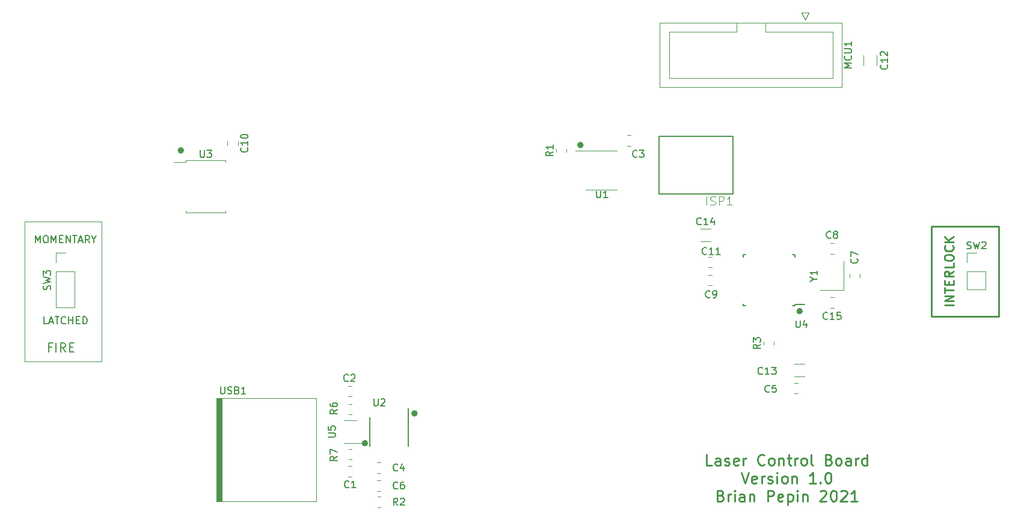
<source format=gbr>
%TF.GenerationSoftware,KiCad,Pcbnew,(5.1.8-0-10_14)*%
%TF.CreationDate,2021-12-04T19:42:54-08:00*%
%TF.ProjectId,Control,436f6e74-726f-46c2-9e6b-696361645f70,rev?*%
%TF.SameCoordinates,Original*%
%TF.FileFunction,Legend,Top*%
%TF.FilePolarity,Positive*%
%FSLAX46Y46*%
G04 Gerber Fmt 4.6, Leading zero omitted, Abs format (unit mm)*
G04 Created by KiCad (PCBNEW (5.1.8-0-10_14)) date 2021-12-04 19:42:54*
%MOMM*%
%LPD*%
G01*
G04 APERTURE LIST*
%ADD10C,0.254000*%
%ADD11C,0.120000*%
%ADD12C,0.203200*%
%ADD13C,0.500000*%
%ADD14C,0.127000*%
%ADD15C,0.100000*%
%ADD16C,0.150000*%
%ADD17C,0.096520*%
G04 APERTURE END LIST*
D10*
X192640857Y-127689428D02*
X191915142Y-127689428D01*
X191915142Y-126165428D01*
X193802000Y-127689428D02*
X193802000Y-126891142D01*
X193729428Y-126746000D01*
X193584285Y-126673428D01*
X193294000Y-126673428D01*
X193148857Y-126746000D01*
X193802000Y-127616857D02*
X193656857Y-127689428D01*
X193294000Y-127689428D01*
X193148857Y-127616857D01*
X193076285Y-127471714D01*
X193076285Y-127326571D01*
X193148857Y-127181428D01*
X193294000Y-127108857D01*
X193656857Y-127108857D01*
X193802000Y-127036285D01*
X194455142Y-127616857D02*
X194600285Y-127689428D01*
X194890571Y-127689428D01*
X195035714Y-127616857D01*
X195108285Y-127471714D01*
X195108285Y-127399142D01*
X195035714Y-127254000D01*
X194890571Y-127181428D01*
X194672857Y-127181428D01*
X194527714Y-127108857D01*
X194455142Y-126963714D01*
X194455142Y-126891142D01*
X194527714Y-126746000D01*
X194672857Y-126673428D01*
X194890571Y-126673428D01*
X195035714Y-126746000D01*
X196342000Y-127616857D02*
X196196857Y-127689428D01*
X195906571Y-127689428D01*
X195761428Y-127616857D01*
X195688857Y-127471714D01*
X195688857Y-126891142D01*
X195761428Y-126746000D01*
X195906571Y-126673428D01*
X196196857Y-126673428D01*
X196342000Y-126746000D01*
X196414571Y-126891142D01*
X196414571Y-127036285D01*
X195688857Y-127181428D01*
X197067714Y-127689428D02*
X197067714Y-126673428D01*
X197067714Y-126963714D02*
X197140285Y-126818571D01*
X197212857Y-126746000D01*
X197358000Y-126673428D01*
X197503142Y-126673428D01*
X200043142Y-127544285D02*
X199970571Y-127616857D01*
X199752857Y-127689428D01*
X199607714Y-127689428D01*
X199390000Y-127616857D01*
X199244857Y-127471714D01*
X199172285Y-127326571D01*
X199099714Y-127036285D01*
X199099714Y-126818571D01*
X199172285Y-126528285D01*
X199244857Y-126383142D01*
X199390000Y-126238000D01*
X199607714Y-126165428D01*
X199752857Y-126165428D01*
X199970571Y-126238000D01*
X200043142Y-126310571D01*
X200914000Y-127689428D02*
X200768857Y-127616857D01*
X200696285Y-127544285D01*
X200623714Y-127399142D01*
X200623714Y-126963714D01*
X200696285Y-126818571D01*
X200768857Y-126746000D01*
X200914000Y-126673428D01*
X201131714Y-126673428D01*
X201276857Y-126746000D01*
X201349428Y-126818571D01*
X201422000Y-126963714D01*
X201422000Y-127399142D01*
X201349428Y-127544285D01*
X201276857Y-127616857D01*
X201131714Y-127689428D01*
X200914000Y-127689428D01*
X202075142Y-126673428D02*
X202075142Y-127689428D01*
X202075142Y-126818571D02*
X202147714Y-126746000D01*
X202292857Y-126673428D01*
X202510571Y-126673428D01*
X202655714Y-126746000D01*
X202728285Y-126891142D01*
X202728285Y-127689428D01*
X203236285Y-126673428D02*
X203816857Y-126673428D01*
X203454000Y-126165428D02*
X203454000Y-127471714D01*
X203526571Y-127616857D01*
X203671714Y-127689428D01*
X203816857Y-127689428D01*
X204324857Y-127689428D02*
X204324857Y-126673428D01*
X204324857Y-126963714D02*
X204397428Y-126818571D01*
X204470000Y-126746000D01*
X204615142Y-126673428D01*
X204760285Y-126673428D01*
X205486000Y-127689428D02*
X205340857Y-127616857D01*
X205268285Y-127544285D01*
X205195714Y-127399142D01*
X205195714Y-126963714D01*
X205268285Y-126818571D01*
X205340857Y-126746000D01*
X205486000Y-126673428D01*
X205703714Y-126673428D01*
X205848857Y-126746000D01*
X205921428Y-126818571D01*
X205994000Y-126963714D01*
X205994000Y-127399142D01*
X205921428Y-127544285D01*
X205848857Y-127616857D01*
X205703714Y-127689428D01*
X205486000Y-127689428D01*
X206864857Y-127689428D02*
X206719714Y-127616857D01*
X206647142Y-127471714D01*
X206647142Y-126165428D01*
X209114571Y-126891142D02*
X209332285Y-126963714D01*
X209404857Y-127036285D01*
X209477428Y-127181428D01*
X209477428Y-127399142D01*
X209404857Y-127544285D01*
X209332285Y-127616857D01*
X209187142Y-127689428D01*
X208606571Y-127689428D01*
X208606571Y-126165428D01*
X209114571Y-126165428D01*
X209259714Y-126238000D01*
X209332285Y-126310571D01*
X209404857Y-126455714D01*
X209404857Y-126600857D01*
X209332285Y-126746000D01*
X209259714Y-126818571D01*
X209114571Y-126891142D01*
X208606571Y-126891142D01*
X210348285Y-127689428D02*
X210203142Y-127616857D01*
X210130571Y-127544285D01*
X210058000Y-127399142D01*
X210058000Y-126963714D01*
X210130571Y-126818571D01*
X210203142Y-126746000D01*
X210348285Y-126673428D01*
X210566000Y-126673428D01*
X210711142Y-126746000D01*
X210783714Y-126818571D01*
X210856285Y-126963714D01*
X210856285Y-127399142D01*
X210783714Y-127544285D01*
X210711142Y-127616857D01*
X210566000Y-127689428D01*
X210348285Y-127689428D01*
X212162571Y-127689428D02*
X212162571Y-126891142D01*
X212090000Y-126746000D01*
X211944857Y-126673428D01*
X211654571Y-126673428D01*
X211509428Y-126746000D01*
X212162571Y-127616857D02*
X212017428Y-127689428D01*
X211654571Y-127689428D01*
X211509428Y-127616857D01*
X211436857Y-127471714D01*
X211436857Y-127326571D01*
X211509428Y-127181428D01*
X211654571Y-127108857D01*
X212017428Y-127108857D01*
X212162571Y-127036285D01*
X212888285Y-127689428D02*
X212888285Y-126673428D01*
X212888285Y-126963714D02*
X212960857Y-126818571D01*
X213033428Y-126746000D01*
X213178571Y-126673428D01*
X213323714Y-126673428D01*
X214484857Y-127689428D02*
X214484857Y-126165428D01*
X214484857Y-127616857D02*
X214339714Y-127689428D01*
X214049428Y-127689428D01*
X213904285Y-127616857D01*
X213831714Y-127544285D01*
X213759142Y-127399142D01*
X213759142Y-126963714D01*
X213831714Y-126818571D01*
X213904285Y-126746000D01*
X214049428Y-126673428D01*
X214339714Y-126673428D01*
X214484857Y-126746000D01*
X196813714Y-128705428D02*
X197321714Y-130229428D01*
X197829714Y-128705428D01*
X198918285Y-130156857D02*
X198773142Y-130229428D01*
X198482857Y-130229428D01*
X198337714Y-130156857D01*
X198265142Y-130011714D01*
X198265142Y-129431142D01*
X198337714Y-129286000D01*
X198482857Y-129213428D01*
X198773142Y-129213428D01*
X198918285Y-129286000D01*
X198990857Y-129431142D01*
X198990857Y-129576285D01*
X198265142Y-129721428D01*
X199644000Y-130229428D02*
X199644000Y-129213428D01*
X199644000Y-129503714D02*
X199716571Y-129358571D01*
X199789142Y-129286000D01*
X199934285Y-129213428D01*
X200079428Y-129213428D01*
X200514857Y-130156857D02*
X200660000Y-130229428D01*
X200950285Y-130229428D01*
X201095428Y-130156857D01*
X201168000Y-130011714D01*
X201168000Y-129939142D01*
X201095428Y-129794000D01*
X200950285Y-129721428D01*
X200732571Y-129721428D01*
X200587428Y-129648857D01*
X200514857Y-129503714D01*
X200514857Y-129431142D01*
X200587428Y-129286000D01*
X200732571Y-129213428D01*
X200950285Y-129213428D01*
X201095428Y-129286000D01*
X201821142Y-130229428D02*
X201821142Y-129213428D01*
X201821142Y-128705428D02*
X201748571Y-128778000D01*
X201821142Y-128850571D01*
X201893714Y-128778000D01*
X201821142Y-128705428D01*
X201821142Y-128850571D01*
X202764571Y-130229428D02*
X202619428Y-130156857D01*
X202546857Y-130084285D01*
X202474285Y-129939142D01*
X202474285Y-129503714D01*
X202546857Y-129358571D01*
X202619428Y-129286000D01*
X202764571Y-129213428D01*
X202982285Y-129213428D01*
X203127428Y-129286000D01*
X203200000Y-129358571D01*
X203272571Y-129503714D01*
X203272571Y-129939142D01*
X203200000Y-130084285D01*
X203127428Y-130156857D01*
X202982285Y-130229428D01*
X202764571Y-130229428D01*
X203925714Y-129213428D02*
X203925714Y-130229428D01*
X203925714Y-129358571D02*
X203998285Y-129286000D01*
X204143428Y-129213428D01*
X204361142Y-129213428D01*
X204506285Y-129286000D01*
X204578857Y-129431142D01*
X204578857Y-130229428D01*
X207264000Y-130229428D02*
X206393142Y-130229428D01*
X206828571Y-130229428D02*
X206828571Y-128705428D01*
X206683428Y-128923142D01*
X206538285Y-129068285D01*
X206393142Y-129140857D01*
X207917142Y-130084285D02*
X207989714Y-130156857D01*
X207917142Y-130229428D01*
X207844571Y-130156857D01*
X207917142Y-130084285D01*
X207917142Y-130229428D01*
X208933142Y-128705428D02*
X209078285Y-128705428D01*
X209223428Y-128778000D01*
X209296000Y-128850571D01*
X209368571Y-128995714D01*
X209441142Y-129286000D01*
X209441142Y-129648857D01*
X209368571Y-129939142D01*
X209296000Y-130084285D01*
X209223428Y-130156857D01*
X209078285Y-130229428D01*
X208933142Y-130229428D01*
X208788000Y-130156857D01*
X208715428Y-130084285D01*
X208642857Y-129939142D01*
X208570285Y-129648857D01*
X208570285Y-129286000D01*
X208642857Y-128995714D01*
X208715428Y-128850571D01*
X208788000Y-128778000D01*
X208933142Y-128705428D01*
X193874571Y-131971142D02*
X194092285Y-132043714D01*
X194164857Y-132116285D01*
X194237428Y-132261428D01*
X194237428Y-132479142D01*
X194164857Y-132624285D01*
X194092285Y-132696857D01*
X193947142Y-132769428D01*
X193366571Y-132769428D01*
X193366571Y-131245428D01*
X193874571Y-131245428D01*
X194019714Y-131318000D01*
X194092285Y-131390571D01*
X194164857Y-131535714D01*
X194164857Y-131680857D01*
X194092285Y-131826000D01*
X194019714Y-131898571D01*
X193874571Y-131971142D01*
X193366571Y-131971142D01*
X194890571Y-132769428D02*
X194890571Y-131753428D01*
X194890571Y-132043714D02*
X194963142Y-131898571D01*
X195035714Y-131826000D01*
X195180857Y-131753428D01*
X195326000Y-131753428D01*
X195834000Y-132769428D02*
X195834000Y-131753428D01*
X195834000Y-131245428D02*
X195761428Y-131318000D01*
X195834000Y-131390571D01*
X195906571Y-131318000D01*
X195834000Y-131245428D01*
X195834000Y-131390571D01*
X197212857Y-132769428D02*
X197212857Y-131971142D01*
X197140285Y-131826000D01*
X196995142Y-131753428D01*
X196704857Y-131753428D01*
X196559714Y-131826000D01*
X197212857Y-132696857D02*
X197067714Y-132769428D01*
X196704857Y-132769428D01*
X196559714Y-132696857D01*
X196487142Y-132551714D01*
X196487142Y-132406571D01*
X196559714Y-132261428D01*
X196704857Y-132188857D01*
X197067714Y-132188857D01*
X197212857Y-132116285D01*
X197938571Y-131753428D02*
X197938571Y-132769428D01*
X197938571Y-131898571D02*
X198011142Y-131826000D01*
X198156285Y-131753428D01*
X198374000Y-131753428D01*
X198519142Y-131826000D01*
X198591714Y-131971142D01*
X198591714Y-132769428D01*
X200478571Y-132769428D02*
X200478571Y-131245428D01*
X201059142Y-131245428D01*
X201204285Y-131318000D01*
X201276857Y-131390571D01*
X201349428Y-131535714D01*
X201349428Y-131753428D01*
X201276857Y-131898571D01*
X201204285Y-131971142D01*
X201059142Y-132043714D01*
X200478571Y-132043714D01*
X202583142Y-132696857D02*
X202438000Y-132769428D01*
X202147714Y-132769428D01*
X202002571Y-132696857D01*
X201930000Y-132551714D01*
X201930000Y-131971142D01*
X202002571Y-131826000D01*
X202147714Y-131753428D01*
X202438000Y-131753428D01*
X202583142Y-131826000D01*
X202655714Y-131971142D01*
X202655714Y-132116285D01*
X201930000Y-132261428D01*
X203308857Y-131753428D02*
X203308857Y-133277428D01*
X203308857Y-131826000D02*
X203454000Y-131753428D01*
X203744285Y-131753428D01*
X203889428Y-131826000D01*
X203962000Y-131898571D01*
X204034571Y-132043714D01*
X204034571Y-132479142D01*
X203962000Y-132624285D01*
X203889428Y-132696857D01*
X203744285Y-132769428D01*
X203454000Y-132769428D01*
X203308857Y-132696857D01*
X204687714Y-132769428D02*
X204687714Y-131753428D01*
X204687714Y-131245428D02*
X204615142Y-131318000D01*
X204687714Y-131390571D01*
X204760285Y-131318000D01*
X204687714Y-131245428D01*
X204687714Y-131390571D01*
X205413428Y-131753428D02*
X205413428Y-132769428D01*
X205413428Y-131898571D02*
X205486000Y-131826000D01*
X205631142Y-131753428D01*
X205848857Y-131753428D01*
X205994000Y-131826000D01*
X206066571Y-131971142D01*
X206066571Y-132769428D01*
X207880857Y-131390571D02*
X207953428Y-131318000D01*
X208098571Y-131245428D01*
X208461428Y-131245428D01*
X208606571Y-131318000D01*
X208679142Y-131390571D01*
X208751714Y-131535714D01*
X208751714Y-131680857D01*
X208679142Y-131898571D01*
X207808285Y-132769428D01*
X208751714Y-132769428D01*
X209695142Y-131245428D02*
X209840285Y-131245428D01*
X209985428Y-131318000D01*
X210058000Y-131390571D01*
X210130571Y-131535714D01*
X210203142Y-131826000D01*
X210203142Y-132188857D01*
X210130571Y-132479142D01*
X210058000Y-132624285D01*
X209985428Y-132696857D01*
X209840285Y-132769428D01*
X209695142Y-132769428D01*
X209550000Y-132696857D01*
X209477428Y-132624285D01*
X209404857Y-132479142D01*
X209332285Y-132188857D01*
X209332285Y-131826000D01*
X209404857Y-131535714D01*
X209477428Y-131390571D01*
X209550000Y-131318000D01*
X209695142Y-131245428D01*
X210783714Y-131390571D02*
X210856285Y-131318000D01*
X211001428Y-131245428D01*
X211364285Y-131245428D01*
X211509428Y-131318000D01*
X211582000Y-131390571D01*
X211654571Y-131535714D01*
X211654571Y-131680857D01*
X211582000Y-131898571D01*
X210711142Y-132769428D01*
X211654571Y-132769428D01*
X213106000Y-132769428D02*
X212235142Y-132769428D01*
X212670571Y-132769428D02*
X212670571Y-131245428D01*
X212525428Y-131463142D01*
X212380285Y-131608285D01*
X212235142Y-131680857D01*
D11*
X95885000Y-113030000D02*
X95885000Y-93345000D01*
X106680000Y-113030000D02*
X95885000Y-113030000D01*
X106680000Y-93345000D02*
X106680000Y-113030000D01*
X95885000Y-93345000D02*
X106680000Y-93345000D01*
D12*
X99634523Y-111034285D02*
X99211190Y-111034285D01*
X99211190Y-111699523D02*
X99211190Y-110429523D01*
X99815952Y-110429523D01*
X100299761Y-111699523D02*
X100299761Y-110429523D01*
X101630238Y-111699523D02*
X101206904Y-111094761D01*
X100904523Y-111699523D02*
X100904523Y-110429523D01*
X101388333Y-110429523D01*
X101509285Y-110490000D01*
X101569761Y-110550476D01*
X101630238Y-110671428D01*
X101630238Y-110852857D01*
X101569761Y-110973809D01*
X101509285Y-111034285D01*
X101388333Y-111094761D01*
X100904523Y-111094761D01*
X102174523Y-111034285D02*
X102597857Y-111034285D01*
X102779285Y-111699523D02*
X102174523Y-111699523D01*
X102174523Y-110429523D01*
X102779285Y-110429523D01*
D13*
X118056000Y-83312000D02*
G75*
G03*
X118056000Y-83312000I-200000J0D01*
G01*
X143964000Y-124587000D02*
G75*
G03*
X143964000Y-124587000I-200000J0D01*
G01*
X150949000Y-120396000D02*
G75*
G03*
X150949000Y-120396000I-200000J0D01*
G01*
X174317000Y-82550000D02*
G75*
G03*
X174317000Y-82550000I-200000J0D01*
G01*
X205178000Y-105972000D02*
G75*
G03*
X205178000Y-105972000I-200000J0D01*
G01*
D14*
X99084190Y-107774619D02*
X98600380Y-107774619D01*
X98600380Y-106758619D01*
X99374476Y-107484333D02*
X99858285Y-107484333D01*
X99277714Y-107774619D02*
X99616380Y-106758619D01*
X99955047Y-107774619D01*
X100148571Y-106758619D02*
X100729142Y-106758619D01*
X100438857Y-107774619D02*
X100438857Y-106758619D01*
X101648380Y-107677857D02*
X101600000Y-107726238D01*
X101454857Y-107774619D01*
X101358095Y-107774619D01*
X101212952Y-107726238D01*
X101116190Y-107629476D01*
X101067809Y-107532714D01*
X101019428Y-107339190D01*
X101019428Y-107194047D01*
X101067809Y-107000523D01*
X101116190Y-106903761D01*
X101212952Y-106807000D01*
X101358095Y-106758619D01*
X101454857Y-106758619D01*
X101600000Y-106807000D01*
X101648380Y-106855380D01*
X102083809Y-107774619D02*
X102083809Y-106758619D01*
X102083809Y-107242428D02*
X102664380Y-107242428D01*
X102664380Y-107774619D02*
X102664380Y-106758619D01*
X103148190Y-107242428D02*
X103486857Y-107242428D01*
X103632000Y-107774619D02*
X103148190Y-107774619D01*
X103148190Y-106758619D01*
X103632000Y-106758619D01*
X104067428Y-107774619D02*
X104067428Y-106758619D01*
X104309333Y-106758619D01*
X104454476Y-106807000D01*
X104551238Y-106903761D01*
X104599619Y-107000523D01*
X104648000Y-107194047D01*
X104648000Y-107339190D01*
X104599619Y-107532714D01*
X104551238Y-107629476D01*
X104454476Y-107726238D01*
X104309333Y-107774619D01*
X104067428Y-107774619D01*
X97390857Y-96344619D02*
X97390857Y-95328619D01*
X97729523Y-96054333D01*
X98068190Y-95328619D01*
X98068190Y-96344619D01*
X98745523Y-95328619D02*
X98939047Y-95328619D01*
X99035809Y-95377000D01*
X99132571Y-95473761D01*
X99180952Y-95667285D01*
X99180952Y-96005952D01*
X99132571Y-96199476D01*
X99035809Y-96296238D01*
X98939047Y-96344619D01*
X98745523Y-96344619D01*
X98648761Y-96296238D01*
X98552000Y-96199476D01*
X98503619Y-96005952D01*
X98503619Y-95667285D01*
X98552000Y-95473761D01*
X98648761Y-95377000D01*
X98745523Y-95328619D01*
X99616380Y-96344619D02*
X99616380Y-95328619D01*
X99955047Y-96054333D01*
X100293714Y-95328619D01*
X100293714Y-96344619D01*
X100777523Y-95812428D02*
X101116190Y-95812428D01*
X101261333Y-96344619D02*
X100777523Y-96344619D01*
X100777523Y-95328619D01*
X101261333Y-95328619D01*
X101696761Y-96344619D02*
X101696761Y-95328619D01*
X102277333Y-96344619D01*
X102277333Y-95328619D01*
X102616000Y-95328619D02*
X103196571Y-95328619D01*
X102906285Y-96344619D02*
X102906285Y-95328619D01*
X103486857Y-96054333D02*
X103970666Y-96054333D01*
X103390095Y-96344619D02*
X103728761Y-95328619D01*
X104067428Y-96344619D01*
X104986666Y-96344619D02*
X104648000Y-95860809D01*
X104406095Y-96344619D02*
X104406095Y-95328619D01*
X104793142Y-95328619D01*
X104889904Y-95377000D01*
X104938285Y-95425380D01*
X104986666Y-95522142D01*
X104986666Y-95667285D01*
X104938285Y-95764047D01*
X104889904Y-95812428D01*
X104793142Y-95860809D01*
X104406095Y-95860809D01*
X105615619Y-95860809D02*
X105615619Y-96344619D01*
X105276952Y-95328619D02*
X105615619Y-95860809D01*
X105954285Y-95328619D01*
D10*
X223520000Y-106680000D02*
X223520000Y-93980000D01*
X233045000Y-106680000D02*
X223520000Y-106680000D01*
X233045000Y-93980000D02*
X233045000Y-106680000D01*
X223520000Y-93980000D02*
X233045000Y-93980000D01*
X226634523Y-105137857D02*
X225364523Y-105137857D01*
X226634523Y-104533095D02*
X225364523Y-104533095D01*
X226634523Y-103807380D01*
X225364523Y-103807380D01*
X225364523Y-103384047D02*
X225364523Y-102658333D01*
X226634523Y-103021190D02*
X225364523Y-103021190D01*
X225969285Y-102235000D02*
X225969285Y-101811666D01*
X226634523Y-101630238D02*
X226634523Y-102235000D01*
X225364523Y-102235000D01*
X225364523Y-101630238D01*
X226634523Y-100360238D02*
X226029761Y-100783571D01*
X226634523Y-101085952D02*
X225364523Y-101085952D01*
X225364523Y-100602142D01*
X225425000Y-100481190D01*
X225485476Y-100420714D01*
X225606428Y-100360238D01*
X225787857Y-100360238D01*
X225908809Y-100420714D01*
X225969285Y-100481190D01*
X226029761Y-100602142D01*
X226029761Y-101085952D01*
X226634523Y-99211190D02*
X226634523Y-99815952D01*
X225364523Y-99815952D01*
X225364523Y-98545952D02*
X225364523Y-98304047D01*
X225425000Y-98183095D01*
X225545952Y-98062142D01*
X225787857Y-98001666D01*
X226211190Y-98001666D01*
X226453095Y-98062142D01*
X226574047Y-98183095D01*
X226634523Y-98304047D01*
X226634523Y-98545952D01*
X226574047Y-98666904D01*
X226453095Y-98787857D01*
X226211190Y-98848333D01*
X225787857Y-98848333D01*
X225545952Y-98787857D01*
X225425000Y-98666904D01*
X225364523Y-98545952D01*
X226513571Y-96731666D02*
X226574047Y-96792142D01*
X226634523Y-96973571D01*
X226634523Y-97094523D01*
X226574047Y-97275952D01*
X226453095Y-97396904D01*
X226332142Y-97457380D01*
X226090238Y-97517857D01*
X225908809Y-97517857D01*
X225666904Y-97457380D01*
X225545952Y-97396904D01*
X225425000Y-97275952D01*
X225364523Y-97094523D01*
X225364523Y-96973571D01*
X225425000Y-96792142D01*
X225485476Y-96731666D01*
X226634523Y-96187380D02*
X225364523Y-96187380D01*
X226634523Y-95461666D02*
X225908809Y-96005952D01*
X225364523Y-95461666D02*
X226090238Y-96187380D01*
D15*
%TO.C,USB1*%
G36*
X122844000Y-132763000D02*
G01*
X122844000Y-118263000D01*
X123594000Y-118263000D01*
X123594000Y-132763000D01*
X122844000Y-132763000D01*
G37*
X122844000Y-132763000D02*
X122844000Y-118263000D01*
X123594000Y-118263000D01*
X123594000Y-132763000D01*
X122844000Y-132763000D01*
D11*
X122844000Y-132763000D02*
X136944000Y-132763000D01*
X136944000Y-118263000D02*
X122844000Y-118263000D01*
X136944000Y-118263000D02*
X136944000Y-132763000D01*
X122844000Y-118263000D02*
X122844000Y-132763000D01*
%TO.C,C10*%
X125895000Y-82034748D02*
X125895000Y-82557252D01*
X124425000Y-82034748D02*
X124425000Y-82557252D01*
%TO.C,U3*%
X121350000Y-92102000D02*
X124110000Y-92102000D01*
X124110000Y-92102000D02*
X124110000Y-91827000D01*
X121350000Y-92102000D02*
X118590000Y-92102000D01*
X118590000Y-92102000D02*
X118590000Y-91827000D01*
X121350000Y-84682000D02*
X124110000Y-84682000D01*
X124110000Y-84682000D02*
X124110000Y-84957000D01*
X121350000Y-84682000D02*
X118590000Y-84682000D01*
X118590000Y-84682000D02*
X118590000Y-84957000D01*
X118590000Y-84957000D02*
X116900000Y-84957000D01*
%TO.C,C15*%
X209288748Y-104040000D02*
X209811252Y-104040000D01*
X209288748Y-105510000D02*
X209811252Y-105510000D01*
D16*
%TO.C,U4*%
X204285000Y-105225000D02*
X204285000Y-105000000D01*
X197035000Y-105225000D02*
X197035000Y-104900000D01*
X197035000Y-97975000D02*
X197035000Y-98300000D01*
X204285000Y-97975000D02*
X204285000Y-98300000D01*
X204285000Y-105225000D02*
X203960000Y-105225000D01*
X204285000Y-97975000D02*
X203960000Y-97975000D01*
X197035000Y-97975000D02*
X197360000Y-97975000D01*
X197035000Y-105225000D02*
X197360000Y-105225000D01*
X204285000Y-105000000D02*
X205710000Y-105000000D01*
D11*
%TO.C,Y1*%
X207900000Y-102965000D02*
X211200000Y-102965000D01*
X211200000Y-102965000D02*
X211200000Y-98965000D01*
%TO.C,U5*%
X142586000Y-121363000D02*
X140786000Y-121363000D01*
X140786000Y-124583000D02*
X143236000Y-124583000D01*
D16*
%TO.C,U2*%
X144472000Y-120973000D02*
X144472000Y-124973000D01*
X149872000Y-119698000D02*
X149872000Y-124973000D01*
D11*
%TO.C,U1*%
X177038000Y-88841000D02*
X179238000Y-88841000D01*
X177038000Y-88841000D02*
X174838000Y-88841000D01*
X177038000Y-83371000D02*
X179238000Y-83371000D01*
X177038000Y-83371000D02*
X173438000Y-83371000D01*
%TO.C,SW3*%
X100270000Y-105470000D02*
X102930000Y-105470000D01*
X100270000Y-100330000D02*
X100270000Y-105470000D01*
X102930000Y-100330000D02*
X102930000Y-105470000D01*
X100270000Y-100330000D02*
X102930000Y-100330000D01*
X100270000Y-99060000D02*
X100270000Y-97730000D01*
X100270000Y-97730000D02*
X101600000Y-97730000D01*
%TO.C,SW2*%
X228540000Y-102930000D02*
X231200000Y-102930000D01*
X228540000Y-100330000D02*
X228540000Y-102930000D01*
X231200000Y-100330000D02*
X231200000Y-102930000D01*
X228540000Y-100330000D02*
X231200000Y-100330000D01*
X228540000Y-99060000D02*
X228540000Y-97730000D01*
X228540000Y-97730000D02*
X229870000Y-97730000D01*
%TO.C,R7*%
X141458936Y-125413000D02*
X141913064Y-125413000D01*
X141458936Y-126883000D02*
X141913064Y-126883000D01*
%TO.C,R6*%
X141458936Y-119063000D02*
X141913064Y-119063000D01*
X141458936Y-120533000D02*
X141913064Y-120533000D01*
%TO.C,R3*%
X199925000Y-110717064D02*
X199925000Y-110262936D01*
X201395000Y-110717064D02*
X201395000Y-110262936D01*
%TO.C,R2*%
X145522936Y-132144000D02*
X145977064Y-132144000D01*
X145522936Y-133614000D02*
X145977064Y-133614000D01*
%TO.C,R1*%
X170715000Y-83539064D02*
X170715000Y-83084936D01*
X172185000Y-83539064D02*
X172185000Y-83084936D01*
%TO.C,MCU1*%
X210950000Y-65290000D02*
X210950000Y-74410000D01*
X210950000Y-74410000D02*
X185290000Y-74410000D01*
X185290000Y-74410000D02*
X185290000Y-65290000D01*
X185290000Y-65290000D02*
X210950000Y-65290000D01*
X200170000Y-65290000D02*
X200170000Y-66600000D01*
X200170000Y-66600000D02*
X209650000Y-66600000D01*
X209650000Y-66600000D02*
X209650000Y-73100000D01*
X209650000Y-73100000D02*
X186590000Y-73100000D01*
X186590000Y-73100000D02*
X186590000Y-66600000D01*
X186590000Y-66600000D02*
X196070000Y-66600000D01*
X196070000Y-66600000D02*
X196070000Y-66600000D01*
X196070000Y-66600000D02*
X196070000Y-65290000D01*
X205740000Y-64900000D02*
X206240000Y-63900000D01*
X206240000Y-63900000D02*
X205240000Y-63900000D01*
X205240000Y-63900000D02*
X205740000Y-64900000D01*
D14*
%TO.C,ISP1*%
X195580000Y-81280000D02*
X195580000Y-89408000D01*
X185166000Y-81280000D02*
X195580000Y-81280000D01*
X185166000Y-89408000D02*
X185166000Y-81280000D01*
X195580000Y-89408000D02*
X185166000Y-89408000D01*
D11*
%TO.C,C14*%
X192481252Y-96160000D02*
X191058748Y-96160000D01*
X192481252Y-94340000D02*
X191058748Y-94340000D01*
%TO.C,C13*%
X204266748Y-113390000D02*
X205689252Y-113390000D01*
X204266748Y-115210000D02*
X205689252Y-115210000D01*
%TO.C,C12*%
X215794000Y-69900748D02*
X215794000Y-71323252D01*
X213974000Y-69900748D02*
X213974000Y-71323252D01*
%TO.C,C11*%
X192143748Y-98325000D02*
X192666252Y-98325000D01*
X192143748Y-99795000D02*
X192666252Y-99795000D01*
%TO.C,C9*%
X192666252Y-102335000D02*
X192143748Y-102335000D01*
X192666252Y-100865000D02*
X192143748Y-100865000D01*
%TO.C,C8*%
X209811252Y-97890000D02*
X209288748Y-97890000D01*
X209811252Y-96420000D02*
X209288748Y-96420000D01*
%TO.C,C7*%
X211990000Y-101226252D02*
X211990000Y-100703748D01*
X213460000Y-101226252D02*
X213460000Y-100703748D01*
%TO.C,C6*%
X146011252Y-131328000D02*
X145488748Y-131328000D01*
X146011252Y-129858000D02*
X145488748Y-129858000D01*
%TO.C,C5*%
X204731252Y-117575000D02*
X204208748Y-117575000D01*
X204731252Y-116105000D02*
X204208748Y-116105000D01*
%TO.C,C4*%
X146011252Y-128788000D02*
X145488748Y-128788000D01*
X146011252Y-127318000D02*
X145488748Y-127318000D01*
%TO.C,C3*%
X181236252Y-82650000D02*
X180713748Y-82650000D01*
X181236252Y-81180000D02*
X180713748Y-81180000D01*
%TO.C,C2*%
X141947252Y-117993000D02*
X141424748Y-117993000D01*
X141947252Y-116523000D02*
X141424748Y-116523000D01*
%TO.C,C1*%
X141947252Y-129296000D02*
X141424748Y-129296000D01*
X141947252Y-127826000D02*
X141424748Y-127826000D01*
%TO.C,USB1*%
D16*
X123451904Y-116627380D02*
X123451904Y-117436904D01*
X123499523Y-117532142D01*
X123547142Y-117579761D01*
X123642380Y-117627380D01*
X123832857Y-117627380D01*
X123928095Y-117579761D01*
X123975714Y-117532142D01*
X124023333Y-117436904D01*
X124023333Y-116627380D01*
X124451904Y-117579761D02*
X124594761Y-117627380D01*
X124832857Y-117627380D01*
X124928095Y-117579761D01*
X124975714Y-117532142D01*
X125023333Y-117436904D01*
X125023333Y-117341666D01*
X124975714Y-117246428D01*
X124928095Y-117198809D01*
X124832857Y-117151190D01*
X124642380Y-117103571D01*
X124547142Y-117055952D01*
X124499523Y-117008333D01*
X124451904Y-116913095D01*
X124451904Y-116817857D01*
X124499523Y-116722619D01*
X124547142Y-116675000D01*
X124642380Y-116627380D01*
X124880476Y-116627380D01*
X125023333Y-116675000D01*
X125785238Y-117103571D02*
X125928095Y-117151190D01*
X125975714Y-117198809D01*
X126023333Y-117294047D01*
X126023333Y-117436904D01*
X125975714Y-117532142D01*
X125928095Y-117579761D01*
X125832857Y-117627380D01*
X125451904Y-117627380D01*
X125451904Y-116627380D01*
X125785238Y-116627380D01*
X125880476Y-116675000D01*
X125928095Y-116722619D01*
X125975714Y-116817857D01*
X125975714Y-116913095D01*
X125928095Y-117008333D01*
X125880476Y-117055952D01*
X125785238Y-117103571D01*
X125451904Y-117103571D01*
X126975714Y-117627380D02*
X126404285Y-117627380D01*
X126690000Y-117627380D02*
X126690000Y-116627380D01*
X126594761Y-116770238D01*
X126499523Y-116865476D01*
X126404285Y-116913095D01*
%TO.C,C10*%
X127197142Y-82938857D02*
X127244761Y-82986476D01*
X127292380Y-83129333D01*
X127292380Y-83224571D01*
X127244761Y-83367428D01*
X127149523Y-83462666D01*
X127054285Y-83510285D01*
X126863809Y-83557904D01*
X126720952Y-83557904D01*
X126530476Y-83510285D01*
X126435238Y-83462666D01*
X126340000Y-83367428D01*
X126292380Y-83224571D01*
X126292380Y-83129333D01*
X126340000Y-82986476D01*
X126387619Y-82938857D01*
X127292380Y-81986476D02*
X127292380Y-82557904D01*
X127292380Y-82272190D02*
X126292380Y-82272190D01*
X126435238Y-82367428D01*
X126530476Y-82462666D01*
X126578095Y-82557904D01*
X126292380Y-81367428D02*
X126292380Y-81272190D01*
X126340000Y-81176952D01*
X126387619Y-81129333D01*
X126482857Y-81081714D01*
X126673333Y-81034095D01*
X126911428Y-81034095D01*
X127101904Y-81081714D01*
X127197142Y-81129333D01*
X127244761Y-81176952D01*
X127292380Y-81272190D01*
X127292380Y-81367428D01*
X127244761Y-81462666D01*
X127197142Y-81510285D01*
X127101904Y-81557904D01*
X126911428Y-81605523D01*
X126673333Y-81605523D01*
X126482857Y-81557904D01*
X126387619Y-81510285D01*
X126340000Y-81462666D01*
X126292380Y-81367428D01*
%TO.C,U3*%
X120588095Y-83294380D02*
X120588095Y-84103904D01*
X120635714Y-84199142D01*
X120683333Y-84246761D01*
X120778571Y-84294380D01*
X120969047Y-84294380D01*
X121064285Y-84246761D01*
X121111904Y-84199142D01*
X121159523Y-84103904D01*
X121159523Y-83294380D01*
X121540476Y-83294380D02*
X122159523Y-83294380D01*
X121826190Y-83675333D01*
X121969047Y-83675333D01*
X122064285Y-83722952D01*
X122111904Y-83770571D01*
X122159523Y-83865809D01*
X122159523Y-84103904D01*
X122111904Y-84199142D01*
X122064285Y-84246761D01*
X121969047Y-84294380D01*
X121683333Y-84294380D01*
X121588095Y-84246761D01*
X121540476Y-84199142D01*
%TO.C,C15*%
X208907142Y-107037142D02*
X208859523Y-107084761D01*
X208716666Y-107132380D01*
X208621428Y-107132380D01*
X208478571Y-107084761D01*
X208383333Y-106989523D01*
X208335714Y-106894285D01*
X208288095Y-106703809D01*
X208288095Y-106560952D01*
X208335714Y-106370476D01*
X208383333Y-106275238D01*
X208478571Y-106180000D01*
X208621428Y-106132380D01*
X208716666Y-106132380D01*
X208859523Y-106180000D01*
X208907142Y-106227619D01*
X209859523Y-107132380D02*
X209288095Y-107132380D01*
X209573809Y-107132380D02*
X209573809Y-106132380D01*
X209478571Y-106275238D01*
X209383333Y-106370476D01*
X209288095Y-106418095D01*
X210764285Y-106132380D02*
X210288095Y-106132380D01*
X210240476Y-106608571D01*
X210288095Y-106560952D01*
X210383333Y-106513333D01*
X210621428Y-106513333D01*
X210716666Y-106560952D01*
X210764285Y-106608571D01*
X210811904Y-106703809D01*
X210811904Y-106941904D01*
X210764285Y-107037142D01*
X210716666Y-107084761D01*
X210621428Y-107132380D01*
X210383333Y-107132380D01*
X210288095Y-107084761D01*
X210240476Y-107037142D01*
%TO.C,U4*%
X204470095Y-107275380D02*
X204470095Y-108084904D01*
X204517714Y-108180142D01*
X204565333Y-108227761D01*
X204660571Y-108275380D01*
X204851047Y-108275380D01*
X204946285Y-108227761D01*
X204993904Y-108180142D01*
X205041523Y-108084904D01*
X205041523Y-107275380D01*
X205946285Y-107608714D02*
X205946285Y-108275380D01*
X205708190Y-107227761D02*
X205470095Y-107942047D01*
X206089142Y-107942047D01*
%TO.C,Y1*%
X206986190Y-101441190D02*
X207462380Y-101441190D01*
X206462380Y-101774523D02*
X206986190Y-101441190D01*
X206462380Y-101107857D01*
X207462380Y-100250714D02*
X207462380Y-100822142D01*
X207462380Y-100536428D02*
X206462380Y-100536428D01*
X206605238Y-100631666D01*
X206700476Y-100726904D01*
X206748095Y-100822142D01*
%TO.C,U5*%
X138598380Y-123734904D02*
X139407904Y-123734904D01*
X139503142Y-123687285D01*
X139550761Y-123639666D01*
X139598380Y-123544428D01*
X139598380Y-123353952D01*
X139550761Y-123258714D01*
X139503142Y-123211095D01*
X139407904Y-123163476D01*
X138598380Y-123163476D01*
X138598380Y-122211095D02*
X138598380Y-122687285D01*
X139074571Y-122734904D01*
X139026952Y-122687285D01*
X138979333Y-122592047D01*
X138979333Y-122353952D01*
X139026952Y-122258714D01*
X139074571Y-122211095D01*
X139169809Y-122163476D01*
X139407904Y-122163476D01*
X139503142Y-122211095D01*
X139550761Y-122258714D01*
X139598380Y-122353952D01*
X139598380Y-122592047D01*
X139550761Y-122687285D01*
X139503142Y-122734904D01*
%TO.C,U2*%
X145034095Y-118324380D02*
X145034095Y-119133904D01*
X145081714Y-119229142D01*
X145129333Y-119276761D01*
X145224571Y-119324380D01*
X145415047Y-119324380D01*
X145510285Y-119276761D01*
X145557904Y-119229142D01*
X145605523Y-119133904D01*
X145605523Y-118324380D01*
X146034095Y-118419619D02*
X146081714Y-118372000D01*
X146176952Y-118324380D01*
X146415047Y-118324380D01*
X146510285Y-118372000D01*
X146557904Y-118419619D01*
X146605523Y-118514857D01*
X146605523Y-118610095D01*
X146557904Y-118752952D01*
X145986476Y-119324380D01*
X146605523Y-119324380D01*
%TO.C,U1*%
X176403095Y-88987380D02*
X176403095Y-89796904D01*
X176450714Y-89892142D01*
X176498333Y-89939761D01*
X176593571Y-89987380D01*
X176784047Y-89987380D01*
X176879285Y-89939761D01*
X176926904Y-89892142D01*
X176974523Y-89796904D01*
X176974523Y-88987380D01*
X177974523Y-89987380D02*
X177403095Y-89987380D01*
X177688809Y-89987380D02*
X177688809Y-88987380D01*
X177593571Y-89130238D01*
X177498333Y-89225476D01*
X177403095Y-89273095D01*
%TO.C,SW3*%
X99464761Y-102933333D02*
X99512380Y-102790476D01*
X99512380Y-102552380D01*
X99464761Y-102457142D01*
X99417142Y-102409523D01*
X99321904Y-102361904D01*
X99226666Y-102361904D01*
X99131428Y-102409523D01*
X99083809Y-102457142D01*
X99036190Y-102552380D01*
X98988571Y-102742857D01*
X98940952Y-102838095D01*
X98893333Y-102885714D01*
X98798095Y-102933333D01*
X98702857Y-102933333D01*
X98607619Y-102885714D01*
X98560000Y-102838095D01*
X98512380Y-102742857D01*
X98512380Y-102504761D01*
X98560000Y-102361904D01*
X98512380Y-102028571D02*
X99512380Y-101790476D01*
X98798095Y-101600000D01*
X99512380Y-101409523D01*
X98512380Y-101171428D01*
X98512380Y-100885714D02*
X98512380Y-100266666D01*
X98893333Y-100600000D01*
X98893333Y-100457142D01*
X98940952Y-100361904D01*
X98988571Y-100314285D01*
X99083809Y-100266666D01*
X99321904Y-100266666D01*
X99417142Y-100314285D01*
X99464761Y-100361904D01*
X99512380Y-100457142D01*
X99512380Y-100742857D01*
X99464761Y-100838095D01*
X99417142Y-100885714D01*
%TO.C,SW2*%
X228536666Y-97134761D02*
X228679523Y-97182380D01*
X228917619Y-97182380D01*
X229012857Y-97134761D01*
X229060476Y-97087142D01*
X229108095Y-96991904D01*
X229108095Y-96896666D01*
X229060476Y-96801428D01*
X229012857Y-96753809D01*
X228917619Y-96706190D01*
X228727142Y-96658571D01*
X228631904Y-96610952D01*
X228584285Y-96563333D01*
X228536666Y-96468095D01*
X228536666Y-96372857D01*
X228584285Y-96277619D01*
X228631904Y-96230000D01*
X228727142Y-96182380D01*
X228965238Y-96182380D01*
X229108095Y-96230000D01*
X229441428Y-96182380D02*
X229679523Y-97182380D01*
X229870000Y-96468095D01*
X230060476Y-97182380D01*
X230298571Y-96182380D01*
X230631904Y-96277619D02*
X230679523Y-96230000D01*
X230774761Y-96182380D01*
X231012857Y-96182380D01*
X231108095Y-96230000D01*
X231155714Y-96277619D01*
X231203333Y-96372857D01*
X231203333Y-96468095D01*
X231155714Y-96610952D01*
X230584285Y-97182380D01*
X231203333Y-97182380D01*
%TO.C,R7*%
X139852380Y-126441666D02*
X139376190Y-126775000D01*
X139852380Y-127013095D02*
X138852380Y-127013095D01*
X138852380Y-126632142D01*
X138900000Y-126536904D01*
X138947619Y-126489285D01*
X139042857Y-126441666D01*
X139185714Y-126441666D01*
X139280952Y-126489285D01*
X139328571Y-126536904D01*
X139376190Y-126632142D01*
X139376190Y-127013095D01*
X138852380Y-126108333D02*
X138852380Y-125441666D01*
X139852380Y-125870238D01*
%TO.C,R6*%
X139852380Y-119837666D02*
X139376190Y-120171000D01*
X139852380Y-120409095D02*
X138852380Y-120409095D01*
X138852380Y-120028142D01*
X138900000Y-119932904D01*
X138947619Y-119885285D01*
X139042857Y-119837666D01*
X139185714Y-119837666D01*
X139280952Y-119885285D01*
X139328571Y-119932904D01*
X139376190Y-120028142D01*
X139376190Y-120409095D01*
X138852380Y-118980523D02*
X138852380Y-119171000D01*
X138900000Y-119266238D01*
X138947619Y-119313857D01*
X139090476Y-119409095D01*
X139280952Y-119456714D01*
X139661904Y-119456714D01*
X139757142Y-119409095D01*
X139804761Y-119361476D01*
X139852380Y-119266238D01*
X139852380Y-119075761D01*
X139804761Y-118980523D01*
X139757142Y-118932904D01*
X139661904Y-118885285D01*
X139423809Y-118885285D01*
X139328571Y-118932904D01*
X139280952Y-118980523D01*
X139233333Y-119075761D01*
X139233333Y-119266238D01*
X139280952Y-119361476D01*
X139328571Y-119409095D01*
X139423809Y-119456714D01*
%TO.C,R3*%
X199462380Y-110656666D02*
X198986190Y-110990000D01*
X199462380Y-111228095D02*
X198462380Y-111228095D01*
X198462380Y-110847142D01*
X198510000Y-110751904D01*
X198557619Y-110704285D01*
X198652857Y-110656666D01*
X198795714Y-110656666D01*
X198890952Y-110704285D01*
X198938571Y-110751904D01*
X198986190Y-110847142D01*
X198986190Y-111228095D01*
X198462380Y-110323333D02*
X198462380Y-109704285D01*
X198843333Y-110037619D01*
X198843333Y-109894761D01*
X198890952Y-109799523D01*
X198938571Y-109751904D01*
X199033809Y-109704285D01*
X199271904Y-109704285D01*
X199367142Y-109751904D01*
X199414761Y-109799523D01*
X199462380Y-109894761D01*
X199462380Y-110180476D01*
X199414761Y-110275714D01*
X199367142Y-110323333D01*
%TO.C,R2*%
X148377333Y-133331380D02*
X148044000Y-132855190D01*
X147805904Y-133331380D02*
X147805904Y-132331380D01*
X148186857Y-132331380D01*
X148282095Y-132379000D01*
X148329714Y-132426619D01*
X148377333Y-132521857D01*
X148377333Y-132664714D01*
X148329714Y-132759952D01*
X148282095Y-132807571D01*
X148186857Y-132855190D01*
X147805904Y-132855190D01*
X148758285Y-132426619D02*
X148805904Y-132379000D01*
X148901142Y-132331380D01*
X149139238Y-132331380D01*
X149234476Y-132379000D01*
X149282095Y-132426619D01*
X149329714Y-132521857D01*
X149329714Y-132617095D01*
X149282095Y-132759952D01*
X148710666Y-133331380D01*
X149329714Y-133331380D01*
%TO.C,R1*%
X170252380Y-83478666D02*
X169776190Y-83812000D01*
X170252380Y-84050095D02*
X169252380Y-84050095D01*
X169252380Y-83669142D01*
X169300000Y-83573904D01*
X169347619Y-83526285D01*
X169442857Y-83478666D01*
X169585714Y-83478666D01*
X169680952Y-83526285D01*
X169728571Y-83573904D01*
X169776190Y-83669142D01*
X169776190Y-84050095D01*
X170252380Y-82526285D02*
X170252380Y-83097714D01*
X170252380Y-82812000D02*
X169252380Y-82812000D01*
X169395238Y-82907238D01*
X169490476Y-83002476D01*
X169538095Y-83097714D01*
%TO.C,MCU1*%
X212292380Y-71683333D02*
X211292380Y-71683333D01*
X212006666Y-71350000D01*
X211292380Y-71016666D01*
X212292380Y-71016666D01*
X212197142Y-69969047D02*
X212244761Y-70016666D01*
X212292380Y-70159523D01*
X212292380Y-70254761D01*
X212244761Y-70397619D01*
X212149523Y-70492857D01*
X212054285Y-70540476D01*
X211863809Y-70588095D01*
X211720952Y-70588095D01*
X211530476Y-70540476D01*
X211435238Y-70492857D01*
X211340000Y-70397619D01*
X211292380Y-70254761D01*
X211292380Y-70159523D01*
X211340000Y-70016666D01*
X211387619Y-69969047D01*
X211292380Y-69540476D02*
X212101904Y-69540476D01*
X212197142Y-69492857D01*
X212244761Y-69445238D01*
X212292380Y-69350000D01*
X212292380Y-69159523D01*
X212244761Y-69064285D01*
X212197142Y-69016666D01*
X212101904Y-68969047D01*
X211292380Y-68969047D01*
X212292380Y-67969047D02*
X212292380Y-68540476D01*
X212292380Y-68254761D02*
X211292380Y-68254761D01*
X211435238Y-68350000D01*
X211530476Y-68445238D01*
X211578095Y-68540476D01*
%TO.C,ISP1*%
D17*
X191901404Y-91001547D02*
X191901404Y-89795047D01*
X192418476Y-90944095D02*
X192590833Y-91001547D01*
X192878095Y-91001547D01*
X192993000Y-90944095D01*
X193050452Y-90886642D01*
X193107904Y-90771738D01*
X193107904Y-90656833D01*
X193050452Y-90541928D01*
X192993000Y-90484476D01*
X192878095Y-90427023D01*
X192648285Y-90369571D01*
X192533381Y-90312119D01*
X192475928Y-90254666D01*
X192418476Y-90139761D01*
X192418476Y-90024857D01*
X192475928Y-89909952D01*
X192533381Y-89852500D01*
X192648285Y-89795047D01*
X192935547Y-89795047D01*
X193107904Y-89852500D01*
X193624976Y-91001547D02*
X193624976Y-89795047D01*
X194084595Y-89795047D01*
X194199500Y-89852500D01*
X194256952Y-89909952D01*
X194314404Y-90024857D01*
X194314404Y-90197214D01*
X194256952Y-90312119D01*
X194199500Y-90369571D01*
X194084595Y-90427023D01*
X193624976Y-90427023D01*
X195463452Y-91001547D02*
X194774023Y-91001547D01*
X195118738Y-91001547D02*
X195118738Y-89795047D01*
X195003833Y-89967404D01*
X194888928Y-90082309D01*
X194774023Y-90139761D01*
%TO.C,C14*%
D16*
X191127142Y-93702142D02*
X191079523Y-93749761D01*
X190936666Y-93797380D01*
X190841428Y-93797380D01*
X190698571Y-93749761D01*
X190603333Y-93654523D01*
X190555714Y-93559285D01*
X190508095Y-93368809D01*
X190508095Y-93225952D01*
X190555714Y-93035476D01*
X190603333Y-92940238D01*
X190698571Y-92845000D01*
X190841428Y-92797380D01*
X190936666Y-92797380D01*
X191079523Y-92845000D01*
X191127142Y-92892619D01*
X192079523Y-93797380D02*
X191508095Y-93797380D01*
X191793809Y-93797380D02*
X191793809Y-92797380D01*
X191698571Y-92940238D01*
X191603333Y-93035476D01*
X191508095Y-93083095D01*
X192936666Y-93130714D02*
X192936666Y-93797380D01*
X192698571Y-92749761D02*
X192460476Y-93464047D01*
X193079523Y-93464047D01*
%TO.C,C13*%
X199763142Y-114784142D02*
X199715523Y-114831761D01*
X199572666Y-114879380D01*
X199477428Y-114879380D01*
X199334571Y-114831761D01*
X199239333Y-114736523D01*
X199191714Y-114641285D01*
X199144095Y-114450809D01*
X199144095Y-114307952D01*
X199191714Y-114117476D01*
X199239333Y-114022238D01*
X199334571Y-113927000D01*
X199477428Y-113879380D01*
X199572666Y-113879380D01*
X199715523Y-113927000D01*
X199763142Y-113974619D01*
X200715523Y-114879380D02*
X200144095Y-114879380D01*
X200429809Y-114879380D02*
X200429809Y-113879380D01*
X200334571Y-114022238D01*
X200239333Y-114117476D01*
X200144095Y-114165095D01*
X201048857Y-113879380D02*
X201667904Y-113879380D01*
X201334571Y-114260333D01*
X201477428Y-114260333D01*
X201572666Y-114307952D01*
X201620285Y-114355571D01*
X201667904Y-114450809D01*
X201667904Y-114688904D01*
X201620285Y-114784142D01*
X201572666Y-114831761D01*
X201477428Y-114879380D01*
X201191714Y-114879380D01*
X201096476Y-114831761D01*
X201048857Y-114784142D01*
%TO.C,C12*%
X217273142Y-71254857D02*
X217320761Y-71302476D01*
X217368380Y-71445333D01*
X217368380Y-71540571D01*
X217320761Y-71683428D01*
X217225523Y-71778666D01*
X217130285Y-71826285D01*
X216939809Y-71873904D01*
X216796952Y-71873904D01*
X216606476Y-71826285D01*
X216511238Y-71778666D01*
X216416000Y-71683428D01*
X216368380Y-71540571D01*
X216368380Y-71445333D01*
X216416000Y-71302476D01*
X216463619Y-71254857D01*
X217368380Y-70302476D02*
X217368380Y-70873904D01*
X217368380Y-70588190D02*
X216368380Y-70588190D01*
X216511238Y-70683428D01*
X216606476Y-70778666D01*
X216654095Y-70873904D01*
X216463619Y-69921523D02*
X216416000Y-69873904D01*
X216368380Y-69778666D01*
X216368380Y-69540571D01*
X216416000Y-69445333D01*
X216463619Y-69397714D01*
X216558857Y-69350095D01*
X216654095Y-69350095D01*
X216796952Y-69397714D01*
X217368380Y-69969142D01*
X217368380Y-69350095D01*
%TO.C,C11*%
X191889142Y-97893142D02*
X191841523Y-97940761D01*
X191698666Y-97988380D01*
X191603428Y-97988380D01*
X191460571Y-97940761D01*
X191365333Y-97845523D01*
X191317714Y-97750285D01*
X191270095Y-97559809D01*
X191270095Y-97416952D01*
X191317714Y-97226476D01*
X191365333Y-97131238D01*
X191460571Y-97036000D01*
X191603428Y-96988380D01*
X191698666Y-96988380D01*
X191841523Y-97036000D01*
X191889142Y-97083619D01*
X192841523Y-97988380D02*
X192270095Y-97988380D01*
X192555809Y-97988380D02*
X192555809Y-96988380D01*
X192460571Y-97131238D01*
X192365333Y-97226476D01*
X192270095Y-97274095D01*
X193793904Y-97988380D02*
X193222476Y-97988380D01*
X193508190Y-97988380D02*
X193508190Y-96988380D01*
X193412952Y-97131238D01*
X193317714Y-97226476D01*
X193222476Y-97274095D01*
%TO.C,C9*%
X192365333Y-103989142D02*
X192317714Y-104036761D01*
X192174857Y-104084380D01*
X192079619Y-104084380D01*
X191936761Y-104036761D01*
X191841523Y-103941523D01*
X191793904Y-103846285D01*
X191746285Y-103655809D01*
X191746285Y-103512952D01*
X191793904Y-103322476D01*
X191841523Y-103227238D01*
X191936761Y-103132000D01*
X192079619Y-103084380D01*
X192174857Y-103084380D01*
X192317714Y-103132000D01*
X192365333Y-103179619D01*
X192841523Y-104084380D02*
X193032000Y-104084380D01*
X193127238Y-104036761D01*
X193174857Y-103989142D01*
X193270095Y-103846285D01*
X193317714Y-103655809D01*
X193317714Y-103274857D01*
X193270095Y-103179619D01*
X193222476Y-103132000D01*
X193127238Y-103084380D01*
X192936761Y-103084380D01*
X192841523Y-103132000D01*
X192793904Y-103179619D01*
X192746285Y-103274857D01*
X192746285Y-103512952D01*
X192793904Y-103608190D01*
X192841523Y-103655809D01*
X192936761Y-103703428D01*
X193127238Y-103703428D01*
X193222476Y-103655809D01*
X193270095Y-103608190D01*
X193317714Y-103512952D01*
%TO.C,C8*%
X209383333Y-95607142D02*
X209335714Y-95654761D01*
X209192857Y-95702380D01*
X209097619Y-95702380D01*
X208954761Y-95654761D01*
X208859523Y-95559523D01*
X208811904Y-95464285D01*
X208764285Y-95273809D01*
X208764285Y-95130952D01*
X208811904Y-94940476D01*
X208859523Y-94845238D01*
X208954761Y-94750000D01*
X209097619Y-94702380D01*
X209192857Y-94702380D01*
X209335714Y-94750000D01*
X209383333Y-94797619D01*
X209954761Y-95130952D02*
X209859523Y-95083333D01*
X209811904Y-95035714D01*
X209764285Y-94940476D01*
X209764285Y-94892857D01*
X209811904Y-94797619D01*
X209859523Y-94750000D01*
X209954761Y-94702380D01*
X210145238Y-94702380D01*
X210240476Y-94750000D01*
X210288095Y-94797619D01*
X210335714Y-94892857D01*
X210335714Y-94940476D01*
X210288095Y-95035714D01*
X210240476Y-95083333D01*
X210145238Y-95130952D01*
X209954761Y-95130952D01*
X209859523Y-95178571D01*
X209811904Y-95226190D01*
X209764285Y-95321428D01*
X209764285Y-95511904D01*
X209811904Y-95607142D01*
X209859523Y-95654761D01*
X209954761Y-95702380D01*
X210145238Y-95702380D01*
X210240476Y-95654761D01*
X210288095Y-95607142D01*
X210335714Y-95511904D01*
X210335714Y-95321428D01*
X210288095Y-95226190D01*
X210240476Y-95178571D01*
X210145238Y-95130952D01*
%TO.C,C7*%
X213082142Y-98591666D02*
X213129761Y-98639285D01*
X213177380Y-98782142D01*
X213177380Y-98877380D01*
X213129761Y-99020238D01*
X213034523Y-99115476D01*
X212939285Y-99163095D01*
X212748809Y-99210714D01*
X212605952Y-99210714D01*
X212415476Y-99163095D01*
X212320238Y-99115476D01*
X212225000Y-99020238D01*
X212177380Y-98877380D01*
X212177380Y-98782142D01*
X212225000Y-98639285D01*
X212272619Y-98591666D01*
X212177380Y-98258333D02*
X212177380Y-97591666D01*
X213177380Y-98020238D01*
%TO.C,C6*%
X148377333Y-130950142D02*
X148329714Y-130997761D01*
X148186857Y-131045380D01*
X148091619Y-131045380D01*
X147948761Y-130997761D01*
X147853523Y-130902523D01*
X147805904Y-130807285D01*
X147758285Y-130616809D01*
X147758285Y-130473952D01*
X147805904Y-130283476D01*
X147853523Y-130188238D01*
X147948761Y-130093000D01*
X148091619Y-130045380D01*
X148186857Y-130045380D01*
X148329714Y-130093000D01*
X148377333Y-130140619D01*
X149234476Y-130045380D02*
X149044000Y-130045380D01*
X148948761Y-130093000D01*
X148901142Y-130140619D01*
X148805904Y-130283476D01*
X148758285Y-130473952D01*
X148758285Y-130854904D01*
X148805904Y-130950142D01*
X148853523Y-130997761D01*
X148948761Y-131045380D01*
X149139238Y-131045380D01*
X149234476Y-130997761D01*
X149282095Y-130950142D01*
X149329714Y-130854904D01*
X149329714Y-130616809D01*
X149282095Y-130521571D01*
X149234476Y-130473952D01*
X149139238Y-130426333D01*
X148948761Y-130426333D01*
X148853523Y-130473952D01*
X148805904Y-130521571D01*
X148758285Y-130616809D01*
%TO.C,C5*%
X200747333Y-117324142D02*
X200699714Y-117371761D01*
X200556857Y-117419380D01*
X200461619Y-117419380D01*
X200318761Y-117371761D01*
X200223523Y-117276523D01*
X200175904Y-117181285D01*
X200128285Y-116990809D01*
X200128285Y-116847952D01*
X200175904Y-116657476D01*
X200223523Y-116562238D01*
X200318761Y-116467000D01*
X200461619Y-116419380D01*
X200556857Y-116419380D01*
X200699714Y-116467000D01*
X200747333Y-116514619D01*
X201652095Y-116419380D02*
X201175904Y-116419380D01*
X201128285Y-116895571D01*
X201175904Y-116847952D01*
X201271142Y-116800333D01*
X201509238Y-116800333D01*
X201604476Y-116847952D01*
X201652095Y-116895571D01*
X201699714Y-116990809D01*
X201699714Y-117228904D01*
X201652095Y-117324142D01*
X201604476Y-117371761D01*
X201509238Y-117419380D01*
X201271142Y-117419380D01*
X201175904Y-117371761D01*
X201128285Y-117324142D01*
%TO.C,C4*%
X148377333Y-128410142D02*
X148329714Y-128457761D01*
X148186857Y-128505380D01*
X148091619Y-128505380D01*
X147948761Y-128457761D01*
X147853523Y-128362523D01*
X147805904Y-128267285D01*
X147758285Y-128076809D01*
X147758285Y-127933952D01*
X147805904Y-127743476D01*
X147853523Y-127648238D01*
X147948761Y-127553000D01*
X148091619Y-127505380D01*
X148186857Y-127505380D01*
X148329714Y-127553000D01*
X148377333Y-127600619D01*
X149234476Y-127838714D02*
X149234476Y-128505380D01*
X148996380Y-127457761D02*
X148758285Y-128172047D01*
X149377333Y-128172047D01*
%TO.C,C3*%
X182078333Y-84177142D02*
X182030714Y-84224761D01*
X181887857Y-84272380D01*
X181792619Y-84272380D01*
X181649761Y-84224761D01*
X181554523Y-84129523D01*
X181506904Y-84034285D01*
X181459285Y-83843809D01*
X181459285Y-83700952D01*
X181506904Y-83510476D01*
X181554523Y-83415238D01*
X181649761Y-83320000D01*
X181792619Y-83272380D01*
X181887857Y-83272380D01*
X182030714Y-83320000D01*
X182078333Y-83367619D01*
X182411666Y-83272380D02*
X183030714Y-83272380D01*
X182697380Y-83653333D01*
X182840238Y-83653333D01*
X182935476Y-83700952D01*
X182983095Y-83748571D01*
X183030714Y-83843809D01*
X183030714Y-84081904D01*
X182983095Y-84177142D01*
X182935476Y-84224761D01*
X182840238Y-84272380D01*
X182554523Y-84272380D01*
X182459285Y-84224761D01*
X182411666Y-84177142D01*
%TO.C,C2*%
X141423333Y-115792142D02*
X141375714Y-115839761D01*
X141232857Y-115887380D01*
X141137619Y-115887380D01*
X140994761Y-115839761D01*
X140899523Y-115744523D01*
X140851904Y-115649285D01*
X140804285Y-115458809D01*
X140804285Y-115315952D01*
X140851904Y-115125476D01*
X140899523Y-115030238D01*
X140994761Y-114935000D01*
X141137619Y-114887380D01*
X141232857Y-114887380D01*
X141375714Y-114935000D01*
X141423333Y-114982619D01*
X141804285Y-114982619D02*
X141851904Y-114935000D01*
X141947142Y-114887380D01*
X142185238Y-114887380D01*
X142280476Y-114935000D01*
X142328095Y-114982619D01*
X142375714Y-115077857D01*
X142375714Y-115173095D01*
X142328095Y-115315952D01*
X141756666Y-115887380D01*
X142375714Y-115887380D01*
%TO.C,C1*%
X141523333Y-130792142D02*
X141475714Y-130839761D01*
X141332857Y-130887380D01*
X141237619Y-130887380D01*
X141094761Y-130839761D01*
X140999523Y-130744523D01*
X140951904Y-130649285D01*
X140904285Y-130458809D01*
X140904285Y-130315952D01*
X140951904Y-130125476D01*
X140999523Y-130030238D01*
X141094761Y-129935000D01*
X141237619Y-129887380D01*
X141332857Y-129887380D01*
X141475714Y-129935000D01*
X141523333Y-129982619D01*
X142475714Y-130887380D02*
X141904285Y-130887380D01*
X142190000Y-130887380D02*
X142190000Y-129887380D01*
X142094761Y-130030238D01*
X141999523Y-130125476D01*
X141904285Y-130173095D01*
%TD*%
M02*

</source>
